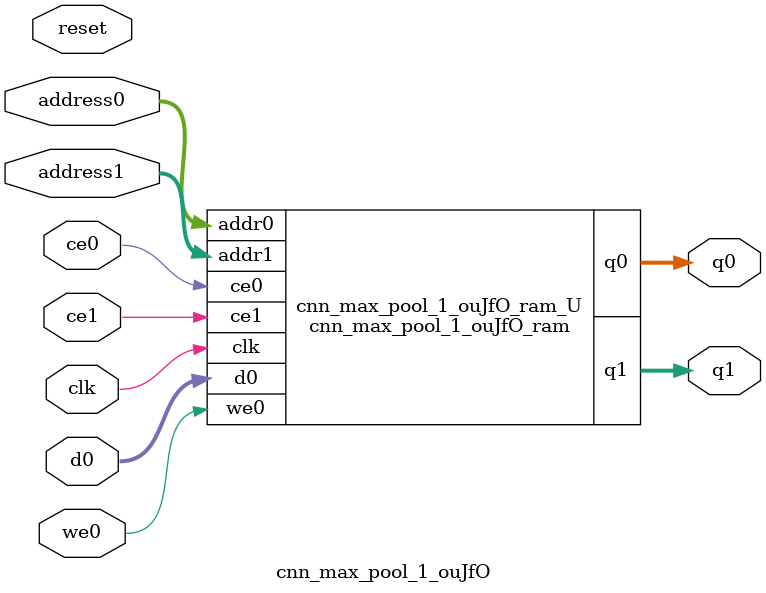
<source format=v>
`timescale 1 ns / 1 ps
module cnn_max_pool_1_ouJfO_ram (addr0, ce0, d0, we0, q0, addr1, ce1, q1,  clk);

parameter DWIDTH = 14;
parameter AWIDTH = 10;
parameter MEM_SIZE = 1014;

input[AWIDTH-1:0] addr0;
input ce0;
input[DWIDTH-1:0] d0;
input we0;
output reg[DWIDTH-1:0] q0;
input[AWIDTH-1:0] addr1;
input ce1;
output reg[DWIDTH-1:0] q1;
input clk;

(* ram_style = "block" *)reg [DWIDTH-1:0] ram[0:MEM_SIZE-1];




always @(posedge clk)  
begin 
    if (ce0) 
    begin
        if (we0) 
        begin 
            ram[addr0] <= d0; 
        end 
        q0 <= ram[addr0];
    end
end


always @(posedge clk)  
begin 
    if (ce1) 
    begin
        q1 <= ram[addr1];
    end
end


endmodule

`timescale 1 ns / 1 ps
module cnn_max_pool_1_ouJfO(
    reset,
    clk,
    address0,
    ce0,
    we0,
    d0,
    q0,
    address1,
    ce1,
    q1);

parameter DataWidth = 32'd14;
parameter AddressRange = 32'd1014;
parameter AddressWidth = 32'd10;
input reset;
input clk;
input[AddressWidth - 1:0] address0;
input ce0;
input we0;
input[DataWidth - 1:0] d0;
output[DataWidth - 1:0] q0;
input[AddressWidth - 1:0] address1;
input ce1;
output[DataWidth - 1:0] q1;



cnn_max_pool_1_ouJfO_ram cnn_max_pool_1_ouJfO_ram_U(
    .clk( clk ),
    .addr0( address0 ),
    .ce0( ce0 ),
    .we0( we0 ),
    .d0( d0 ),
    .q0( q0 ),
    .addr1( address1 ),
    .ce1( ce1 ),
    .q1( q1 ));

endmodule


</source>
